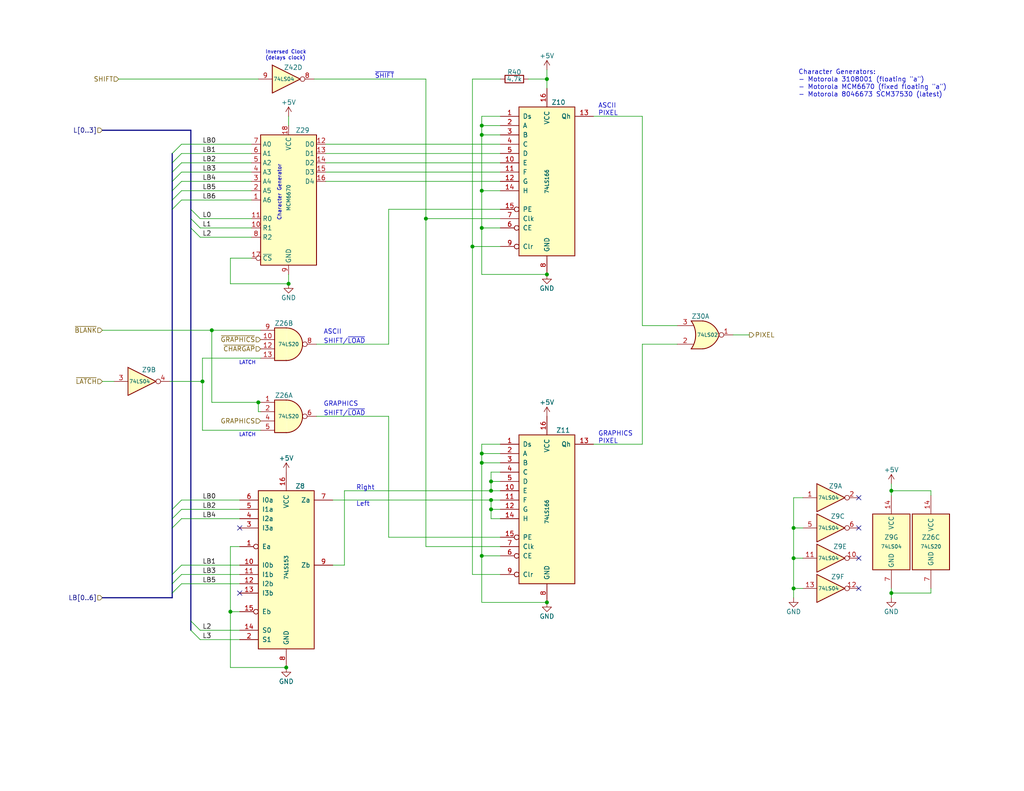
<source format=kicad_sch>
(kicad_sch (version 20231120) (generator "eeschema") (generator_version "8.0")
  (paper "USLetter")
  (title_block (title "TRS-80 Model I Rev G") (date "2024-11-29") (rev "E1C") (company "RetroStack - Marcel Erz") (comment 2 "Video generator for text and block graphics through 7th bit selection") (comment 4 "Video Generator"))
  (lib_symbols
    (symbol "74xx:74LS02" (pin_names (offset 1.016))
      (property "Reference" "U" (at 0 1.27 0))
      (property "Value" "74LS02" (at 0 -1.27 0))
      (symbol "74LS02_1_1"
        (arc (start -3.81 -3.81) (mid -2.589 0) (end -3.81 3.81) (stroke (width 0.254)))
        (arc (start -0.6096 -3.81) (mid 2.1842 -2.5851) (end 3.81 0) (stroke (width 0.254)) (fill (type background)))
        (polyline (pts (xy -3.81 -3.81) (xy -0.635 -3.81)) (stroke (width 0.254)) (fill (type background)))
        (polyline (pts (xy -3.81 3.81) (xy -0.635 3.81)) (stroke (width 0.254)) (fill (type background)))
        (polyline (pts (xy -0.635 3.81) (xy -3.81 3.81) (xy -3.81 3.81) (xy -3.556 3.4036) (xy -3.0226 2.2606) (xy -2.6924 1.0414) (xy -2.6162 -0.254) (xy -2.7686 -1.4986) (xy -3.175 -2.7178) (xy -3.81 -3.81) (xy -3.81 -3.81) (xy -0.635 -3.81)) (stroke (width -25.4)) (fill (type background)))
        (arc (start 3.81 0) (mid 2.1915 2.5936) (end -0.6096 3.81) (stroke (width 0.254)) (fill (type background)))
        (pin output inverted (at 7.62 0 180) (length 3.81) (name "~") (number "1"))
        (pin input line (at -7.62 2.54 0) (length 4.318) (name "~") (number "2"))
        (pin input line (at -7.62 -2.54 0) (length 4.318) (name "~") (number "3"))
      )
      (symbol "74LS02_1_2"
        (arc (start 0 -3.81) (mid 3.7934 0) (end 0 3.81) (stroke (width 0.254)) (fill (type background)))
        (polyline (pts (xy 0 3.81) (xy -3.81 3.81) (xy -3.81 -3.81) (xy 0 -3.81)) (stroke (width 0.254)) (fill (type background)))
        (pin output line (at 7.62 0 180) (length 3.81) (name "~") (number "1"))
        (pin input inverted (at -7.62 2.54 0) (length 3.81) (name "~") (number "2"))
        (pin input inverted (at -7.62 -2.54 0) (length 3.81) (name "~") (number "3"))
      )
      (symbol "74LS02_2_1"
        (arc (start -3.81 -3.81) (mid -2.589 0) (end -3.81 3.81) (stroke (width 0.254)))
        (arc (start -0.6096 -3.81) (mid 2.1842 -2.5851) (end 3.81 0) (stroke (width 0.254)) (fill (type background)))
        (polyline (pts (xy -3.81 -3.81) (xy -0.635 -3.81)) (stroke (width 0.254)) (fill (type background)))
        (polyline (pts (xy -3.81 3.81) (xy -0.635 3.81)) (stroke (width 0.254)) (fill (type background)))
        (polyline (pts (xy -0.635 3.81) (xy -3.81 3.81) (xy -3.81 3.81) (xy -3.556 3.4036) (xy -3.0226 2.2606) (xy -2.6924 1.0414) (xy -2.6162 -0.254) (xy -2.7686 -1.4986) (xy -3.175 -2.7178) (xy -3.81 -3.81) (xy -3.81 -3.81) (xy -0.635 -3.81)) (stroke (width -25.4)) (fill (type background)))
        (arc (start 3.81 0) (mid 2.1915 2.5936) (end -0.6096 3.81) (stroke (width 0.254)) (fill (type background)))
        (pin output inverted (at 7.62 0 180) (length 3.81) (name "~") (number "4"))
        (pin input line (at -7.62 2.54 0) (length 4.318) (name "~") (number "5"))
        (pin input line (at -7.62 -2.54 0) (length 4.318) (name "~") (number "6"))
      )
      (symbol "74LS02_2_2"
        (arc (start 0 -3.81) (mid 3.7934 0) (end 0 3.81) (stroke (width 0.254)) (fill (type background)))
        (polyline (pts (xy 0 3.81) (xy -3.81 3.81) (xy -3.81 -3.81) (xy 0 -3.81)) (stroke (width 0.254)) (fill (type background)))
        (pin output line (at 7.62 0 180) (length 3.81) (name "~") (number "4"))
        (pin input inverted (at -7.62 2.54 0) (length 3.81) (name "~") (number "5"))
        (pin input inverted (at -7.62 -2.54 0) (length 3.81) (name "~") (number "6"))
      )
      (symbol "74LS02_3_1"
        (arc (start -3.81 -3.81) (mid -2.589 0) (end -3.81 3.81) (stroke (width 0.254)))
        (arc (start -0.6096 -3.81) (mid 2.1842 -2.5851) (end 3.81 0) (stroke (width 0.254)) (fill (type background)))
        (polyline (pts (xy -3.81 -3.81) (xy -0.635 -3.81)) (stroke (width 0.254)) (fill (type background)))
        (polyline (pts (xy -3.81 3.81) (xy -0.635 3.81)) (stroke (width 0.254)) (fill (type background)))
        (polyline (pts (xy -0.635 3.81) (xy -3.81 3.81) (xy -3.81 3.81) (xy -3.556 3.4036) (xy -3.0226 2.2606) (xy -2.6924 1.0414) (xy -2.6162 -0.254) (xy -2.7686 -1.4986) (xy -3.175 -2.7178) (xy -3.81 -3.81) (xy -3.81 -3.81) (xy -0.635 -3.81)) (stroke (width -25.4)) (fill (type background)))
        (arc (start 3.81 0) (mid 2.1915 2.5936) (end -0.6096 3.81) (stroke (width 0.254)) (fill (type background)))
        (pin output inverted (at 7.62 0 180) (length 3.81) (name "~") (number "10"))
        (pin input line (at -7.62 2.54 0) (length 4.318) (name "~") (number "8"))
        (pin input line (at -7.62 -2.54 0) (length 4.318) (name "~") (number "9"))
      )
      (symbol "74LS02_3_2"
        (arc (start 0 -3.81) (mid 3.7934 0) (end 0 3.81) (stroke (width 0.254)) (fill (type background)))
        (polyline (pts (xy 0 3.81) (xy -3.81 3.81) (xy -3.81 -3.81) (xy 0 -3.81)) (stroke (width 0.254)) (fill (type background)))
        (pin output line (at 7.62 0 180) (length 3.81) (name "~") (number "10"))
        (pin input inverted (at -7.62 2.54 0) (length 3.81) (name "~") (number "8"))
        (pin input inverted (at -7.62 -2.54 0) (length 3.81) (name "~") (number "9"))
      )
      (symbol "74LS02_4_1"
        (arc (start -3.81 -3.81) (mid -2.589 0) (end -3.81 3.81) (stroke (width 0.254)))
        (arc (start -0.6096 -3.81) (mid 2.1842 -2.5851) (end 3.81 0) (stroke (width 0.254)) (fill (type background)))
        (polyline (pts (xy -3.81 -3.81) (xy -0.635 -3.81)) (stroke (width 0.254)) (fill (type background)))
        (polyline (pts (xy -3.81 3.81) (xy -0.635 3.81)) (stroke (width 0.254)) (fill (type background)))
        (polyline (pts (xy -0.635 3.81) (xy -3.81 3.81) (xy -3.81 3.81) (xy -3.556 3.4036) (xy -3.0226 2.2606) (xy -2.6924 1.0414) (xy -2.6162 -0.254) (xy -2.7686 -1.4986) (xy -3.175 -2.7178) (xy -3.81 -3.81) (xy -3.81 -3.81) (xy -0.635 -3.81)) (stroke (width -25.4)) (fill (type background)))
        (arc (start 3.81 0) (mid 2.1915 2.5936) (end -0.6096 3.81) (stroke (width 0.254)) (fill (type background)))
        (pin input line (at -7.62 2.54 0) (length 4.318) (name "~") (number "11"))
        (pin input line (at -7.62 -2.54 0) (length 4.318) (name "~") (number "12"))
        (pin output inverted (at 7.62 0 180) (length 3.81) (name "~") (number "13"))
      )
      (symbol "74LS02_4_2"
        (arc (start 0 -3.81) (mid 3.7934 0) (end 0 3.81) (stroke (width 0.254)) (fill (type background)))
        (polyline (pts (xy 0 3.81) (xy -3.81 3.81) (xy -3.81 -3.81) (xy 0 -3.81)) (stroke (width 0.254)) (fill (type background)))
        (pin input inverted (at -7.62 2.54 0) (length 3.81) (name "~") (number "11"))
        (pin input inverted (at -7.62 -2.54 0) (length 3.81) (name "~") (number "12"))
        (pin output line (at 7.62 0 180) (length 3.81) (name "~") (number "13"))
      )
      (symbol "74LS02_5_0"
        (pin power_in line (at 0 12.7 270) (length 5.08) (name "VCC") (number "14"))
        (pin power_in line (at 0 -12.7 90) (length 5.08) (name "GND") (number "7"))
      )
      (symbol "74LS02_5_1"
        (rectangle (start -5.08 7.62) (end 5.08 -7.62) (stroke (width 0.254)) (fill (type background)))
      )
    )
    (symbol "74xx:74LS04"
      (property "Reference" "U" (at 0 1.27 0))
      (property "Value" "74LS04" (at 0 -1.27 0))
      (symbol "74LS04_1_0"
        (polyline (pts (xy -3.81 3.81) (xy -3.81 -3.81) (xy 3.81 0) (xy -3.81 3.81)) (stroke (width 0.254)) (fill (type background)))
        (pin input line (at -7.62 0 0) (length 3.81) (name "~") (number "1"))
        (pin output inverted (at 7.62 0 180) (length 3.81) (name "~") (number "2"))
      )
      (symbol "74LS04_2_0"
        (polyline (pts (xy -3.81 3.81) (xy -3.81 -3.81) (xy 3.81 0) (xy -3.81 3.81)) (stroke (width 0.254)) (fill (type background)))
        (pin input line (at -7.62 0 0) (length 3.81) (name "~") (number "3"))
        (pin output inverted (at 7.62 0 180) (length 3.81) (name "~") (number "4"))
      )
      (symbol "74LS04_3_0"
        (polyline (pts (xy -3.81 3.81) (xy -3.81 -3.81) (xy 3.81 0) (xy -3.81 3.81)) (stroke (width 0.254)) (fill (type background)))
        (pin input line (at -7.62 0 0) (length 3.81) (name "~") (number "5"))
        (pin output inverted (at 7.62 0 180) (length 3.81) (name "~") (number "6"))
      )
      (symbol "74LS04_4_0"
        (polyline (pts (xy -3.81 3.81) (xy -3.81 -3.81) (xy 3.81 0) (xy -3.81 3.81)) (stroke (width 0.254)) (fill (type background)))
        (pin output inverted (at 7.62 0 180) (length 3.81) (name "~") (number "8"))
        (pin input line (at -7.62 0 0) (length 3.81) (name "~") (number "9"))
      )
      (symbol "74LS04_5_0"
        (polyline (pts (xy -3.81 3.81) (xy -3.81 -3.81) (xy 3.81 0) (xy -3.81 3.81)) (stroke (width 0.254)) (fill (type background)))
        (pin output inverted (at 7.62 0 180) (length 3.81) (name "~") (number "10"))
        (pin input line (at -7.62 0 0) (length 3.81) (name "~") (number "11"))
      )
      (symbol "74LS04_6_0"
        (polyline (pts (xy -3.81 3.81) (xy -3.81 -3.81) (xy 3.81 0) (xy -3.81 3.81)) (stroke (width 0.254)) (fill (type background)))
        (pin output inverted (at 7.62 0 180) (length 3.81) (name "~") (number "12"))
        (pin input line (at -7.62 0 0) (length 3.81) (name "~") (number "13"))
      )
      (symbol "74LS04_7_0"
        (pin power_in line (at 0 12.7 270) (length 5.08) (name "VCC") (number "14"))
        (pin power_in line (at 0 -12.7 90) (length 5.08) (name "GND") (number "7"))
      )
      (symbol "74LS04_7_1"
        (rectangle (start -5.08 7.62) (end 5.08 -7.62) (stroke (width 0.254)) (fill (type background)))
      )
    )
    (symbol "74xx:74LS153" (pin_names (offset 1.016))
      (property "Reference" "U" (at -7.62 21.59 0))
      (property "Value" "74LS153" (at -7.62 -24.13 0))
      (symbol "74LS153_1_0"
        (pin input inverted (at -12.7 5.08 0) (length 5.08) (name "Ea") (number "1"))
        (pin input line (at -12.7 0 0) (length 5.08) (name "I0b") (number "10"))
        (pin input line (at -12.7 -2.54 0) (length 5.08) (name "I1b") (number "11"))
        (pin input line (at -12.7 -5.08 0) (length 5.08) (name "I2b") (number "12"))
        (pin input line (at -12.7 -7.62 0) (length 5.08) (name "I3b") (number "13"))
        (pin input line (at -12.7 -17.78 0) (length 5.08) (name "S0") (number "14"))
        (pin input inverted (at -12.7 -12.7 0) (length 5.08) (name "Eb") (number "15"))
        (pin power_in line (at 0 25.4 270) (length 5.08) (name "VCC") (number "16"))
        (pin input line (at -12.7 -20.32 0) (length 5.08) (name "S1") (number "2"))
        (pin input line (at -12.7 10.16 0) (length 5.08) (name "I3a") (number "3"))
        (pin input line (at -12.7 12.7 0) (length 5.08) (name "I2a") (number "4"))
        (pin input line (at -12.7 15.24 0) (length 5.08) (name "I1a") (number "5"))
        (pin input line (at -12.7 17.78 0) (length 5.08) (name "I0a") (number "6"))
        (pin output line (at 12.7 17.78 180) (length 5.08) (name "Za") (number "7"))
        (pin power_in line (at 0 -27.94 90) (length 5.08) (name "GND") (number "8"))
        (pin output line (at 12.7 0 180) (length 5.08) (name "Zb") (number "9"))
      )
      (symbol "74LS153_1_1"
        (rectangle (start -7.62 20.32) (end 7.62 -22.86) (stroke (width 0.254)) (fill (type background)))
      )
    )
    (symbol "74xx:74LS166" (pin_names (offset 1.016))
      (property "Reference" "U" (at -7.62 21.59 0))
      (property "Value" "74LS166" (at -7.62 -21.59 0))
      (symbol "74LS166_1_0"
        (pin input line (at -12.7 17.78 0) (length 5.08) (name "Ds") (number "1"))
        (pin input line (at -12.7 5.08 0) (length 5.08) (name "E") (number "10"))
        (pin input line (at -12.7 2.54 0) (length 5.08) (name "F") (number "11"))
        (pin input line (at -12.7 0 0) (length 5.08) (name "G") (number "12"))
        (pin output line (at 12.7 17.78 180) (length 5.08) (name "Qh") (number "13"))
        (pin input line (at -12.7 -2.54 0) (length 5.08) (name "H") (number "14"))
        (pin input inverted (at -12.7 -7.62 0) (length 5.08) (name "PE") (number "15"))
        (pin power_in line (at 0 25.4 270) (length 5.08) (name "VCC") (number "16"))
        (pin input line (at -12.7 15.24 0) (length 5.08) (name "A") (number "2"))
        (pin input line (at -12.7 12.7 0) (length 5.08) (name "B") (number "3"))
        (pin input line (at -12.7 10.16 0) (length 5.08) (name "C") (number "4"))
        (pin input line (at -12.7 7.62 0) (length 5.08) (name "D") (number "5"))
        (pin input inverted (at -12.7 -12.7 0) (length 5.08) (name "CE") (number "6"))
        (pin input line (at -12.7 -10.16 0) (length 5.08) (name "Clk") (number "7"))
        (pin power_in line (at 0 -25.4 90) (length 5.08) (name "GND") (number "8"))
        (pin input inverted (at -12.7 -17.78 0) (length 5.08) (name "Clr") (number "9"))
      )
      (symbol "74LS166_1_1"
        (rectangle (start -7.62 20.32) (end 7.62 -20.32) (stroke (width 0.254)) (fill (type background)))
      )
    )
    (symbol "74xx:74LS20" (pin_names (offset 1.016))
      (property "Reference" "U" (at 0 1.27 0))
      (property "Value" "74LS20" (at 0 -1.27 0))
      (symbol "74LS20_1_1"
        (arc (start -0.635 -4.445) (mid 3.7907 0) (end -0.635 4.445) (stroke (width 0.254)) (fill (type background)))
        (polyline (pts (xy -0.635 4.445) (xy -3.81 4.445) (xy -3.81 -4.445) (xy -0.635 -4.445)) (stroke (width 0.254)) (fill (type background)))
        (pin input line (at -7.62 3.81 0) (length 3.81) (name "~") (number "1"))
        (pin input line (at -7.62 1.27 0) (length 3.81) (name "~") (number "2"))
        (pin input line (at -7.62 -1.27 0) (length 3.81) (name "~") (number "4"))
        (pin input line (at -7.62 -3.81 0) (length 3.81) (name "~") (number "5"))
        (pin output inverted (at 7.62 0 180) (length 3.81) (name "~") (number "6"))
      )
      (symbol "74LS20_1_2"
        (arc (start -3.81 -4.445) (mid -2.5908 0) (end -3.81 4.445) (stroke (width 0.254)))
        (arc (start -0.6096 -4.445) (mid 2.2246 -2.8422) (end 3.81 0) (stroke (width 0.254)) (fill (type background)))
        (polyline (pts (xy -3.81 -4.445) (xy -0.635 -4.445)) (stroke (width 0.254)) (fill (type background)))
        (polyline (pts (xy -3.81 4.445) (xy -0.635 4.445)) (stroke (width 0.254)) (fill (type background)))
        (polyline (pts (xy -0.635 4.445) (xy -3.81 4.445) (xy -3.81 4.445) (xy -3.6322 4.0894) (xy -3.0988 2.921) (xy -2.7686 1.6764) (xy -2.6162 0.4318) (xy -2.6416 -0.8636) (xy -2.8702 -2.1082) (xy -3.2512 -3.3274) (xy -3.81 -4.445) (xy -3.81 -4.445) (xy -0.635 -4.445)) (stroke (width -25.4)) (fill (type background)))
        (arc (start 3.81 0) (mid 2.2204 2.8379) (end -0.6096 4.445) (stroke (width 0.254)) (fill (type background)))
        (pin input inverted (at -7.62 3.81 0) (length 3.81) (name "~") (number "1"))
        (pin input inverted (at -7.62 1.27 0) (length 4.826) (name "~") (number "2"))
        (pin input inverted (at -7.62 -1.27 0) (length 4.826) (name "~") (number "4"))
        (pin input inverted (at -7.62 -3.81 0) (length 3.81) (name "~") (number "5"))
        (pin output line (at 7.62 0 180) (length 3.81) (name "~") (number "6"))
      )
      (symbol "74LS20_2_1"
        (arc (start -0.635 -4.445) (mid 3.7907 0) (end -0.635 4.445) (stroke (width 0.254)) (fill (type background)))
        (polyline (pts (xy -0.635 4.445) (xy -3.81 4.445) (xy -3.81 -4.445) (xy -0.635 -4.445)) (stroke (width 0.254)) (fill (type background)))
        (pin input line (at -7.62 1.27 0) (length 3.81) (name "~") (number "10"))
        (pin input line (at -7.62 -1.27 0) (length 3.81) (name "~") (number "12"))
        (pin input line (at -7.62 -3.81 0) (length 3.81) (name "~") (number "13"))
        (pin output inverted (at 7.62 0 180) (length 3.81) (name "~") (number "8"))
        (pin input line (at -7.62 3.81 0) (length 3.81) (name "~") (number "9"))
      )
      (symbol "74LS20_2_2"
        (arc (start -3.81 -4.445) (mid -2.5908 0) (end -3.81 4.445) (stroke (width 0.254)))
        (arc (start -0.6096 -4.445) (mid 2.2246 -2.8422) (end 3.81 0) (stroke (width 0.254)) (fill (type background)))
        (polyline (pts (xy -3.81 -4.445) (xy -0.635 -4.445)) (stroke (width 0.254)) (fill (type background)))
        (polyline (pts (xy -3.81 4.445) (xy -0.635 4.445)) (stroke (width 0.254)) (fill (type background)))
        (polyline (pts (xy -0.635 4.445) (xy -3.81 4.445) (xy -3.81 4.445) (xy -3.6322 4.0894) (xy -3.0988 2.921) (xy -2.7686 1.6764) (xy -2.6162 0.4318) (xy -2.6416 -0.8636) (xy -2.8702 -2.1082) (xy -3.2512 -3.3274) (xy -3.81 -4.445) (xy -3.81 -4.445) (xy -0.635 -4.445)) (stroke (width -25.4)) (fill (type background)))
        (arc (start 3.81 0) (mid 2.2204 2.8379) (end -0.6096 4.445) (stroke (width 0.254)) (fill (type background)))
        (pin input inverted (at -7.62 1.27 0) (length 4.826) (name "~") (number "10"))
        (pin input inverted (at -7.62 -1.27 0) (length 4.826) (name "~") (number "12"))
        (pin input inverted (at -7.62 -3.81 0) (length 3.81) (name "~") (number "13"))
        (pin output line (at 7.62 0 180) (length 3.81) (name "~") (number "8"))
        (pin input inverted (at -7.62 3.81 0) (length 3.81) (name "~") (number "9"))
      )
      (symbol "74LS20_3_0"
        (pin power_in line (at 0 12.7 270) (length 5.08) (name "VCC") (number "14"))
        (pin power_in line (at 0 -12.7 90) (length 5.08) (name "GND") (number "7"))
      )
      (symbol "74LS20_3_1"
        (rectangle (start -5.08 7.62) (end 5.08 -7.62) (stroke (width 0.254)) (fill (type background)))
      )
    )
    (symbol "Device:R" (pin_numbers hide) (pin_names (offset 0))
      (property "Reference" "R" (at 2.032 0 90))
      (property "Value" "R" (at 0 0 90))
      (symbol "R_0_1"
        (rectangle (start -1.016 -2.54) (end 1.016 2.54) (stroke (width 0.254)))
      )
      (symbol "R_1_1"
        (pin passive line (at 0 3.81 270) (length 1.27) (name "~") (number "1"))
        (pin passive line (at 0 -3.81 90) (length 1.27) (name "~") (number "2"))
      )
    )
    (symbol "RetroStackLibrary:MCM6670P"
      (property "Reference" "U" (at 0 0 0))
      (property "Value" "MCM6670" (at 0 0 0))
      (symbol "MCM6670P_1_1"
        (rectangle (start -7.62 -5.715) (end 7.62 -41.275) (stroke (width 0.254)) (fill (type background)))
        (pin input line (at -10.16 -23.495 0) (length 2.54) (name "A6") (number "1"))
        (pin input line (at -10.16 -31.115 0) (length 2.54) (name "R1") (number "10"))
        (pin input line (at -10.16 -28.575 0) (length 2.54) (name "R0") (number "11"))
        (pin output line (at 10.16 -8.255 180) (length 2.54) (name "D0") (number "12"))
        (pin output line (at 10.16 -10.795 180) (length 2.54) (name "D1") (number "13"))
        (pin output line (at 10.16 -13.335 180) (length 2.54) (name "D2") (number "14"))
        (pin output line (at 10.16 -15.875 180) (length 2.54) (name "D3") (number "15"))
        (pin output line (at 10.16 -18.415 180) (length 2.54) (name "D4") (number "16"))
        (pin input inverted (at -10.16 -39.37 0) (length 2.54) (name "~{CS}") (number "17"))
        (pin power_in line (at 0 -3.175 270) (length 2.54) (name "VCC") (number "18"))
        (pin input line (at -10.16 -20.955 0) (length 2.54) (name "A5") (number "2"))
        (pin input line (at -10.16 -18.415 0) (length 2.54) (name "A4") (number "3"))
        (pin input line (at -10.16 -15.875 0) (length 2.54) (name "A3") (number "4"))
        (pin input line (at -10.16 -13.335 0) (length 2.54) (name "A2") (number "5"))
        (pin input line (at -10.16 -10.795 0) (length 2.54) (name "A1") (number "6"))
        (pin input line (at -10.16 -8.255 0) (length 2.54) (name "A0") (number "7"))
        (pin input line (at -10.16 -33.655 0) (length 2.54) (name "R2") (number "8"))
        (pin power_in line (at 0 -43.815 90) (length 2.54) (name "GND") (number "9"))
      )
    )
    (symbol "power:+5V" (power) (pin_names (offset 0))
      (property "Value" "+5V" (at 0 3.556 0))
      (symbol "+5V_0_1"
        (polyline (pts (xy -0.762 1.27) (xy 0 2.54)))
        (polyline (pts (xy 0 0) (xy 0 2.54)))
        (polyline (pts (xy 0 2.54) (xy 0.762 1.27)))
      )
      (symbol "+5V_1_1"
        (pin power_in line (at 0 0 90) (length 0) hide (name "+5V") (number "1"))
      )
    )
    (symbol "power:GND" (power) (pin_names (offset 0))
      (property "Value" "GND" (at 0 -3.81 0))
      (symbol "GND_0_1"
        (polyline (pts (xy 0 0) (xy 0 -1.27) (xy 1.27 -1.27) (xy 0 -2.54) (xy -1.27 -1.27) (xy 0 -1.27)))
      )
      (symbol "GND_1_1"
        (pin power_in line (at 0 0 270) (length 0) hide (name "GND") (number "1"))
      )
    )
  )
  (junction (at 57.785 90.17))
  (junction (at 133.985 133.985))
  (junction (at 131.445 36.83))
  (junction (at 55.245 104.14))
  (junction (at 78.74 77.47))
  (junction (at 216.535 144.145))
  (junction (at 131.445 34.29))
  (junction (at 62.865 167.005))
  (junction (at 216.535 152.4))
  (junction (at 131.445 126.365))
  (junction (at 149.225 74.93))
  (junction (at 243.205 133.985))
  (junction (at 133.985 136.525))
  (junction (at 216.535 160.655))
  (junction (at 243.205 161.925))
  (junction (at 78.105 182.245))
  (junction (at 133.985 131.445))
  (junction (at 131.445 52.07))
  (junction (at 70.485 109.855))
  (junction (at 131.445 62.23))
  (junction (at 116.205 59.69))
  (junction (at 131.445 151.765))
  (junction (at 131.445 123.825))
  (junction (at 149.225 164.465))
  (junction (at 133.985 139.065))
  (junction (at 128.905 67.31))
  (junction (at 149.225 21.59))
  (no_connect (at 65.405 161.925))
  (no_connect (at 234.315 135.89))
  (no_connect (at 234.315 144.145))
  (no_connect (at 234.315 160.655))
  (no_connect (at 65.405 144.145))
  (no_connect (at 234.315 152.4))
  (bus_entry (at 46.99 159.385) (size 2.54 -2.54))
  (bus_entry (at 46.99 52.07) (size 2.54 -2.54))
  (bus_entry (at 46.99 161.925) (size 2.54 -2.54))
  (bus_entry (at 46.99 156.845) (size 2.54 -2.54))
  (bus_entry (at 52.07 62.23) (size 2.54 2.54))
  (bus_entry (at 46.99 41.91) (size 2.54 -2.54))
  (bus_entry (at 52.07 172.085) (size 2.54 2.54))
  (bus_entry (at 46.99 46.99) (size 2.54 -2.54))
  (bus_entry (at 52.07 169.545) (size 2.54 2.54))
  (bus_entry (at 46.99 141.605) (size 2.54 -2.54))
  (bus_entry (at 52.07 57.15) (size 2.54 2.54))
  (bus_entry (at 46.99 57.15) (size 2.54 -2.54))
  (bus_entry (at 46.99 44.45) (size 2.54 -2.54))
  (bus_entry (at 46.99 49.53) (size 2.54 -2.54))
  (bus_entry (at 46.99 54.61) (size 2.54 -2.54))
  (bus_entry (at 46.99 139.065) (size 2.54 -2.54))
  (bus_entry (at 46.99 144.145) (size 2.54 -2.54))
  (bus_entry (at 52.07 59.69) (size 2.54 2.54))
  (wire (pts (xy 204.47 91.44) (xy 200.025 91.44)))
  (wire (pts (xy 175.26 88.9) (xy 175.26 31.75)))
  (wire (pts (xy 243.205 132.08) (xy 243.205 133.985)))
  (bus (pts (xy 52.07 62.23) (xy 52.07 169.545)))
  (wire (pts (xy 49.53 39.37) (xy 68.58 39.37)))
  (wire (pts (xy 55.245 117.475) (xy 55.245 104.14)))
  (wire (pts (xy 131.445 62.23) (xy 136.525 62.23)))
  (wire (pts (xy 54.61 62.23) (xy 68.58 62.23)))
  (wire (pts (xy 70.485 109.855) (xy 71.12 109.855)))
  (wire (pts (xy 161.925 31.75) (xy 175.26 31.75)))
  (wire (pts (xy 106.045 146.685) (xy 136.525 146.685)))
  (wire (pts (xy 131.445 151.765) (xy 136.525 151.765)))
  (wire (pts (xy 131.445 126.365) (xy 131.445 151.765)))
  (wire (pts (xy 175.26 93.98) (xy 175.26 121.285)))
  (bus (pts (xy 27.94 163.195) (xy 46.99 163.195)))
  (wire (pts (xy 85.725 21.59) (xy 116.205 21.59)))
  (wire (pts (xy 161.925 121.285) (xy 175.26 121.285)))
  (wire (pts (xy 136.525 128.905) (xy 133.985 128.905)))
  (wire (pts (xy 131.445 123.825) (xy 131.445 126.365)))
  (wire (pts (xy 133.985 141.605) (xy 133.985 139.065)))
  (wire (pts (xy 54.61 172.085) (xy 65.405 172.085)))
  (wire (pts (xy 216.535 144.145) (xy 219.075 144.145)))
  (wire (pts (xy 57.785 109.855) (xy 57.785 90.17)))
  (wire (pts (xy 136.525 141.605) (xy 133.985 141.605)))
  (wire (pts (xy 184.785 88.9) (xy 175.26 88.9)))
  (wire (pts (xy 88.9 44.45) (xy 136.525 44.45)))
  (wire (pts (xy 55.245 97.79) (xy 55.245 104.14)))
  (wire (pts (xy 106.045 57.15) (xy 136.525 57.15)))
  (wire (pts (xy 131.445 123.825) (xy 136.525 123.825)))
  (wire (pts (xy 106.045 113.665) (xy 106.045 146.685)))
  (wire (pts (xy 106.045 93.98) (xy 106.045 57.15)))
  (wire (pts (xy 54.61 174.625) (xy 65.405 174.625)))
  (wire (pts (xy 71.12 117.475) (xy 55.245 117.475)))
  (wire (pts (xy 131.445 52.07) (xy 136.525 52.07)))
  (wire (pts (xy 93.98 154.305) (xy 93.98 133.985)))
  (wire (pts (xy 133.985 139.065) (xy 136.525 139.065)))
  (wire (pts (xy 216.535 163.195) (xy 216.535 160.655)))
  (wire (pts (xy 133.985 139.065) (xy 133.985 136.525)))
  (wire (pts (xy 27.94 90.17) (xy 57.785 90.17)))
  (wire (pts (xy 136.525 131.445) (xy 133.985 131.445)))
  (wire (pts (xy 49.53 54.61) (xy 68.58 54.61)))
  (bus (pts (xy 46.99 159.385) (xy 46.99 161.925)))
  (wire (pts (xy 49.53 136.525) (xy 65.405 136.525)))
  (bus (pts (xy 46.99 139.065) (xy 46.99 141.605)))
  (wire (pts (xy 254 133.985) (xy 243.205 133.985)))
  (wire (pts (xy 128.905 21.59) (xy 128.905 67.31)))
  (wire (pts (xy 149.225 21.59) (xy 149.225 24.13)))
  (wire (pts (xy 116.205 149.225) (xy 136.525 149.225)))
  (wire (pts (xy 62.865 182.245) (xy 78.105 182.245)))
  (wire (pts (xy 32.385 21.59) (xy 70.485 21.59)))
  (wire (pts (xy 49.53 52.07) (xy 68.58 52.07)))
  (wire (pts (xy 216.535 144.145) (xy 216.535 152.4)))
  (wire (pts (xy 136.525 21.59) (xy 128.905 21.59)))
  (wire (pts (xy 131.445 34.29) (xy 136.525 34.29)))
  (wire (pts (xy 62.865 70.485) (xy 68.58 70.485)))
  (wire (pts (xy 131.445 126.365) (xy 136.525 126.365)))
  (bus (pts (xy 46.99 49.53) (xy 46.99 52.07)))
  (wire (pts (xy 131.445 52.07) (xy 131.445 62.23)))
  (wire (pts (xy 71.12 97.79) (xy 55.245 97.79)))
  (bus (pts (xy 52.07 59.69) (xy 52.07 57.15)))
  (wire (pts (xy 136.525 31.75) (xy 131.445 31.75)))
  (wire (pts (xy 49.53 154.305) (xy 65.405 154.305)))
  (wire (pts (xy 216.535 135.89) (xy 216.535 144.145)))
  (wire (pts (xy 49.53 141.605) (xy 65.405 141.605)))
  (wire (pts (xy 90.805 136.525) (xy 133.985 136.525)))
  (wire (pts (xy 144.145 21.59) (xy 149.225 21.59)))
  (wire (pts (xy 219.075 135.89) (xy 216.535 135.89)))
  (bus (pts (xy 46.99 144.145) (xy 46.99 156.845)))
  (wire (pts (xy 131.445 62.23) (xy 131.445 74.93)))
  (wire (pts (xy 86.36 93.98) (xy 106.045 93.98)))
  (wire (pts (xy 93.98 133.985) (xy 133.985 133.985)))
  (wire (pts (xy 116.205 59.69) (xy 116.205 149.225)))
  (wire (pts (xy 184.785 93.98) (xy 175.26 93.98)))
  (wire (pts (xy 131.445 34.29) (xy 131.445 36.83)))
  (wire (pts (xy 49.53 156.845) (xy 65.405 156.845)))
  (bus (pts (xy 27.94 35.56) (xy 52.07 35.56)))
  (bus (pts (xy 46.99 46.99) (xy 46.99 49.53)))
  (wire (pts (xy 116.205 59.69) (xy 136.525 59.69)))
  (wire (pts (xy 46.355 104.14) (xy 55.245 104.14)))
  (wire (pts (xy 133.985 128.905) (xy 133.985 131.445)))
  (wire (pts (xy 216.535 152.4) (xy 216.535 160.655)))
  (wire (pts (xy 131.445 164.465) (xy 149.225 164.465)))
  (bus (pts (xy 46.99 141.605) (xy 46.99 144.145)))
  (wire (pts (xy 54.61 59.69) (xy 68.58 59.69)))
  (wire (pts (xy 131.445 121.285) (xy 131.445 123.825)))
  (wire (pts (xy 88.9 49.53) (xy 136.525 49.53)))
  (wire (pts (xy 62.865 70.485) (xy 62.865 77.47)))
  (bus (pts (xy 46.99 57.15) (xy 46.99 139.065)))
  (wire (pts (xy 216.535 160.655) (xy 219.075 160.655)))
  (wire (pts (xy 62.865 77.47) (xy 78.74 77.47)))
  (bus (pts (xy 52.07 169.545) (xy 52.07 172.085)))
  (wire (pts (xy 116.205 21.59) (xy 116.205 59.69)))
  (wire (pts (xy 133.985 136.525) (xy 136.525 136.525)))
  (wire (pts (xy 136.525 121.285) (xy 131.445 121.285)))
  (wire (pts (xy 243.205 161.925) (xy 243.205 163.195)))
  (wire (pts (xy 62.865 149.225) (xy 62.865 167.005)))
  (wire (pts (xy 136.525 133.985) (xy 133.985 133.985)))
  (wire (pts (xy 71.12 112.395) (xy 70.485 112.395)))
  (wire (pts (xy 131.445 74.93) (xy 149.225 74.93)))
  (bus (pts (xy 46.99 44.45) (xy 46.99 46.99)))
  (bus (pts (xy 52.07 62.23) (xy 52.07 59.69)))
  (wire (pts (xy 88.9 41.91) (xy 136.525 41.91)))
  (wire (pts (xy 254 161.925) (xy 243.205 161.925)))
  (wire (pts (xy 128.905 156.845) (xy 136.525 156.845)))
  (wire (pts (xy 254 135.255) (xy 254 133.985)))
  (wire (pts (xy 62.865 167.005) (xy 62.865 182.245)))
  (wire (pts (xy 49.53 159.385) (xy 65.405 159.385)))
  (bus (pts (xy 46.99 161.925) (xy 46.99 163.195)))
  (wire (pts (xy 86.36 113.665) (xy 106.045 113.665)))
  (wire (pts (xy 131.445 151.765) (xy 131.445 164.465)))
  (wire (pts (xy 243.205 160.655) (xy 243.205 161.925)))
  (wire (pts (xy 131.445 31.75) (xy 131.445 34.29)))
  (wire (pts (xy 31.115 104.14) (xy 27.94 104.14)))
  (wire (pts (xy 70.485 112.395) (xy 70.485 109.855)))
  (wire (pts (xy 49.53 139.065) (xy 65.405 139.065)))
  (wire (pts (xy 131.445 36.83) (xy 131.445 52.07)))
  (bus (pts (xy 46.99 156.845) (xy 46.99 159.385)))
  (wire (pts (xy 128.905 67.31) (xy 136.525 67.31)))
  (wire (pts (xy 216.535 152.4) (xy 219.075 152.4)))
  (wire (pts (xy 243.205 133.985) (xy 243.205 135.255)))
  (bus (pts (xy 46.99 52.07) (xy 46.99 54.61)))
  (wire (pts (xy 57.785 90.17) (xy 71.12 90.17)))
  (wire (pts (xy 131.445 36.83) (xy 136.525 36.83)))
  (wire (pts (xy 70.485 109.855) (xy 57.785 109.855)))
  (wire (pts (xy 90.805 154.305) (xy 93.98 154.305)))
  (wire (pts (xy 88.9 39.37) (xy 136.525 39.37)))
  (wire (pts (xy 78.74 31.75) (xy 78.74 34.29)))
  (wire (pts (xy 54.61 64.77) (xy 68.58 64.77)))
  (wire (pts (xy 149.225 19.05) (xy 149.225 21.59)))
  (bus (pts (xy 52.07 57.15) (xy 52.07 35.56)))
  (wire (pts (xy 254 160.655) (xy 254 161.925)))
  (bus (pts (xy 46.99 41.91) (xy 46.99 44.45)))
  (wire (pts (xy 78.74 74.93) (xy 78.74 77.47)))
  (bus (pts (xy 46.99 54.61) (xy 46.99 57.15)))
  (wire (pts (xy 49.53 46.99) (xy 68.58 46.99)))
  (wire (pts (xy 133.985 133.985) (xy 133.985 131.445)))
  (wire (pts (xy 65.405 149.225) (xy 62.865 149.225)))
  (wire (pts (xy 49.53 41.91) (xy 68.58 41.91)))
  (wire (pts (xy 49.53 49.53) (xy 68.58 49.53)))
  (wire (pts (xy 128.905 67.31) (xy 128.905 156.845)))
  (wire (pts (xy 49.53 44.45) (xy 68.58 44.45)))
  (wire (pts (xy 88.9 46.99) (xy 136.525 46.99)))
  (wire (pts (xy 62.865 167.005) (xy 65.405 167.005)))
  (text "ASCII" (at 88.265 91.44 0) (effects (font (size 1.27 1.27)) (justify left bottom)))
  (text "Character Generators:\n- Motorola 3108001 (floating \"a\")\n- Motorola MCM6670 (fixed floating \"a\")\n- Motorola 8046673 SCM37530 (latest)" (at 217.805 26.67 0) (effects (font (size 1.27 1.27)) (justify left bottom)))
  (text "SHIFT/~{LOAD}" (at 88.265 113.665 0) (effects (font (size 1.27 1.27)) (justify left bottom)))
  (text "LATCH" (at 69.85 99.695 0) (effects (font (size 1 1)) (justify right bottom)))
  (text "Right" (at 97.155 133.985 0) (effects (font (size 1.27 1.27)) (justify left bottom)))
  (text "GRAPHICS\nPIXEL" (at 163.195 121.285 0) (effects (font (size 1.27 1.27)) (justify left bottom)))
  (text "Left" (at 97.155 138.43 0) (effects (font (size 1.27 1.27)) (justify left bottom)))
  (text "LATCH" (at 69.85 119.38 0) (effects (font (size 1 1)) (justify right bottom)))
  (text "SHIFT/~{LOAD}" (at 88.265 93.98 0) (effects (font (size 1.27 1.27)) (justify left bottom)))
  (text "Character Generator" (at 76.835 60.325 90) (effects (font (size 1 1)) (justify left bottom)))
  (text "GRAPHICS" (at 88.265 111.125 0) (effects (font (size 1.27 1.27)) (justify left bottom)))
  (text "~{SHIFT}" (at 102.235 21.59 0) (effects (font (size 1.27 1.27)) (justify left bottom)))
  (text "ASCII\nPIXEL" (at 163.195 31.75 0) (effects (font (size 1.27 1.27)) (justify left bottom)))
  (text "Inversed Clock\n(delays clock)" (at 72.39 16.51 0) (effects (font (size 1 1)) (justify left bottom)))
  (label "LB3" (at 55.245 156.845 0))
  (label "LB2" (at 55.245 139.065 0))
  (label "LB6" (at 55.245 54.61 0))
  (label "LB0" (at 55.245 39.37 0))
  (label "LB0" (at 55.245 136.525 0))
  (label "LB4" (at 55.245 141.605 0))
  (label "LB4" (at 55.245 49.53 0))
  (label "L2" (at 55.245 64.77 0))
  (label "LB1" (at 55.245 154.305 0))
  (label "L1" (at 55.245 62.23 0))
  (label "LB3" (at 55.245 46.99 0))
  (label "L2" (at 55.245 172.085 0))
  (label "L3" (at 55.245 174.625 0))
  (label "LB2" (at 55.245 44.45 0))
  (label "LB5" (at 55.245 159.385 0))
  (label "LB1" (at 55.245 41.91 0))
  (label "L0" (at 55.245 59.69 0))
  (label "LB5" (at 55.245 52.07 0))
  (hierarchical_label "L[0..3]" (shape input) (at 27.94 35.56 180))
  (hierarchical_label "~{BLANK}" (shape input) (at 27.94 90.17 180))
  (hierarchical_label "GRAPHICS" (shape input) (at 71.12 114.935 180))
  (hierarchical_label "LB[0..6]" (shape input) (at 27.94 163.195 180))
  (hierarchical_label "~{CHARGAP}" (shape input) (at 71.12 95.25 180))
  (hierarchical_label "SHIFT" (shape input) (at 32.385 21.59 180))
  (hierarchical_label "~{GRAPHICS}" (shape input) (at 71.12 92.71 180))
  (hierarchical_label "~{LATCH}" (shape input) (at 27.94 104.14 180))
  (hierarchical_label "PIXEL" (shape output) (at 204.47 91.44 0))
  (symbol (lib_id "74xx:74LS04") (at 226.695 152.4 0) (unit 5)
    (property "Reference" "Z9" (at 229.235 149.225 0))
    (property "Value" "74LS04" (at 226.06 152.4 0) (effects (font (size 1 1))))
    (property "Footprint" "RetroStackLibrary:TRS80_Model_I_DIP14" (effects (hide yes)))
    (property "Datasheet" "http://www.ti.com/lit/gpn/sn74LS04" (effects (hide yes)))
  )
  (symbol (lib_id "power:+5V") (at 149.225 19.05 0) (unit 1)
    (property "Reference" "#PWR059" (effects (hide yes)))
    (property "Value" "+5V" (at 149.225 15.24 0))
  )
  (symbol (lib_id "74xx:74LS04") (at 38.735 104.14 0) (unit 2)
    (property "Reference" "Z9" (at 40.64 100.965 0))
    (property "Value" "74LS04" (at 38.1 104.14 0) (effects (font (size 1 1))))
    (property "Footprint" "RetroStackLibrary:TRS80_Model_I_DIP14" (effects (hide yes)))
    (property "Datasheet" "http://www.ti.com/lit/gpn/sn74LS04" (effects (hide yes)))
  )
  (symbol (lib_id "74xx:74LS04") (at 226.695 144.145 0) (unit 3)
    (property "Reference" "Z9" (at 228.6 140.97 0))
    (property "Value" "74LS04" (at 226.06 144.145 0) (effects (font (size 1 1))))
    (property "Footprint" "RetroStackLibrary:TRS80_Model_I_DIP14" (effects (hide yes)))
    (property "Datasheet" "http://www.ti.com/lit/gpn/sn74LS04" (effects (hide yes)))
  )
  (symbol (lib_id "power:GND") (at 149.225 74.93 0) (unit 1)
    (property "Reference" "#PWR060" (effects (hide yes)))
    (property "Value" "GND" (at 149.225 78.74 0))
  )
  (symbol (lib_id "74xx:74LS02") (at 192.405 91.44 0) (mirror x) (unit 1)
    (property "Reference" "Z30" (at 191.135 86.36 0))
    (property "Value" "74LS02" (at 193.04 91.44 0) (effects (font (size 1 1))))
    (property "Footprint" "RetroStackLibrary:TRS80_Model_I_DIP14" (effects (hide yes)))
    (property "Datasheet" "http://www.ti.com/lit/gpn/sn74ls02" (effects (hide yes)))
  )
  (symbol (lib_id "power:GND") (at 243.205 163.195 0) (unit 1)
    (property "Reference" "#PWR065" (effects (hide yes)))
    (property "Value" "GND" (at 243.205 167.005 0))
  )
  (symbol (lib_id "Device:R") (at 140.335 21.59 90) (unit 1)
    (property "Reference" "R40" (at 140.335 19.685 90))
    (property "Value" "4.7k" (at 140.335 21.59 90))
    (property "Footprint" "RetroStackLibrary:TRS80_Model_I_R_0.25W" (effects (hide yes)))
  )
  (symbol (lib_id "power:GND") (at 78.74 77.47 0) (unit 1)
    (property "Reference" "#PWR056" (effects (hide yes)))
    (property "Value" "GND" (at 78.74 81.28 0))
  )
  (symbol (lib_id "74xx:74LS04") (at 78.105 21.59 0) (unit 4)
    (property "Reference" "Z42" (at 80.01 18.415 0))
    (property "Value" "74LS04" (at 77.47 21.59 0) (effects (font (size 1 1))))
    (property "Footprint" "RetroStackLibrary:TRS80_Model_I_DIP14" (effects (hide yes)))
    (property "Datasheet" "http://www.ti.com/lit/gpn/sn74LS04" (effects (hide yes)))
    (instances (project "Replica" (path "" (reference "Z42") (unit 4))) (project "TRS80_Model_I_G_E1" (path "" (reference "Z9") (unit 4))))
  )
  (symbol (lib_id "power:GND") (at 216.535 163.195 0) (unit 1)
    (property "Reference" "#PWR063" (effects (hide yes)))
    (property "Value" "GND" (at 216.535 167.005 0))
  )
  (symbol (lib_id "74xx:74LS04") (at 226.695 135.89 0) (unit 1)
    (property "Reference" "Z9" (at 227.965 132.715 0))
    (property "Value" "74LS04" (at 226.06 135.89 0) (effects (font (size 1 1))))
    (property "Footprint" "RetroStackLibrary:TRS80_Model_I_DIP14" (effects (hide yes)))
    (property "Datasheet" "http://www.ti.com/lit/gpn/sn74LS04" (effects (hide yes)))
  )
  (symbol (lib_id "74xx:74LS20") (at 78.74 113.665 0) (unit 1)
    (property "Reference" "Z26" (at 77.47 107.95 0))
    (property "Value" "74LS20" (at 78.74 113.665 0) (effects (font (size 1 1))))
    (property "Footprint" "RetroStackLibrary:TRS80_Model_I_DIP14" (effects (hide yes)))
    (property "Datasheet" "http://www.ti.com/lit/gpn/sn74LS20" (effects (hide yes)))
  )
  (symbol (lib_id "74xx:74LS153") (at 78.105 154.305 0) (unit 1)
    (property "Reference" "Z8" (at 81.915 132.715 0))
    (property "Value" "74LS153" (at 78.105 154.94 90) (effects (font (size 1 1))))
    (property "Footprint" "RetroStackLibrary:TRS80_Model_I_DIP16" (effects (hide yes)))
    (property "Datasheet" "http://www.ti.com/lit/gpn/sn74LS153" (effects (hide yes)))
  )
  (symbol (lib_id "74xx:74LS166") (at 149.225 49.53 0) (unit 1)
    (property "Reference" "Z10" (at 152.4 27.94 0))
    (property "Value" "74LS166" (at 149.225 49.53 90) (effects (font (size 1 1))))
    (property "Footprint" "RetroStackLibrary:TRS80_Model_I_DIP16" (effects (hide yes)))
    (property "Datasheet" "http://www.ti.com/lit/gpn/sn74LS166" (effects (hide yes)))
  )
  (symbol (lib_id "power:GND") (at 78.105 182.245 0) (unit 1)
    (property "Reference" "#PWR058" (effects (hide yes)))
    (property "Value" "GND" (at 78.105 186.055 0))
  )
  (symbol (lib_id "power:GND") (at 149.225 164.465 0) (unit 1)
    (property "Reference" "#PWR062" (effects (hide yes)))
    (property "Value" "GND" (at 149.225 168.275 0))
  )
  (symbol (lib_id "power:+5V") (at 78.74 31.75 0) (unit 1)
    (property "Reference" "#PWR055" (effects (hide yes)))
    (property "Value" "+5V" (at 78.74 27.94 0))
  )
  (symbol (lib_id "74xx:74LS20") (at 78.74 93.98 0) (unit 2)
    (property "Reference" "Z26" (at 77.47 88.265 0))
    (property "Value" "74LS20" (at 78.74 93.98 0) (effects (font (size 1 1))))
    (property "Footprint" "RetroStackLibrary:TRS80_Model_I_DIP14" (effects (hide yes)))
    (property "Datasheet" "http://www.ti.com/lit/gpn/sn74LS20" (effects (hide yes)))
  )
  (symbol (lib_id "power:+5V") (at 78.105 128.905 0) (unit 1)
    (property "Reference" "#PWR057" (effects (hide yes)))
    (property "Value" "+5V" (at 78.105 125.095 0))
  )
  (symbol (lib_id "power:+5V") (at 149.225 113.665 0) (unit 1)
    (property "Reference" "#PWR061" (effects (hide yes)))
    (property "Value" "+5V" (at 149.225 109.855 0))
  )
  (symbol (lib_id "power:+5V") (at 243.205 132.08 0) (unit 1)
    (property "Reference" "#PWR064" (effects (hide yes)))
    (property "Value" "+5V" (at 243.205 128.27 0))
  )
  (symbol (lib_id "74xx:74LS20") (at 254 147.955 0) (unit 3)
    (property "Reference" "Z26" (at 254 146.685 0))
    (property "Value" "74LS20" (at 254 149.225 0) (effects (font (size 1 1))))
    (property "Footprint" "RetroStackLibrary:TRS80_Model_I_DIP14" (effects (hide yes)))
    (property "Datasheet" "http://www.ti.com/lit/gpn/sn74LS20" (effects (hide yes)))
  )
  (symbol (lib_id "74xx:74LS04") (at 243.205 147.955 0) (unit 7)
    (property "Reference" "Z9" (at 243.205 146.685 0))
    (property "Value" "74LS04" (at 243.205 149.225 0) (effects (font (size 1 1))))
    (property "Footprint" "RetroStackLibrary:TRS80_Model_I_DIP14" (effects (hide yes)))
    (property "Datasheet" "http://www.ti.com/lit/gpn/sn74LS04" (effects (hide yes)))
  )
  (symbol (lib_id "74xx:74LS166") (at 149.225 139.065 0) (unit 1)
    (property "Reference" "Z11" (at 153.67 117.475 0))
    (property "Value" "74LS166" (at 149.225 139.7 90) (effects (font (size 1 1))))
    (property "Footprint" "RetroStackLibrary:TRS80_Model_I_DIP16" (effects (hide yes)))
    (property "Datasheet" "http://www.ti.com/lit/gpn/sn74LS166" (effects (hide yes)))
  )
  (symbol (lib_id "RetroStackLibrary:MCM6670P") (at 78.74 31.115 0) (unit 1)
    (property "Reference" "Z29" (at 80.645 35.56 0) (effects (justify left)))
    (property "Value" "MCM6670" (at 78.74 53.975 90) (effects (font (size 1 1))))
    (property "Footprint" "Package_DIP:DIP-18_W7.62mm" (effects (hide yes)))
  )
  (symbol (lib_id "74xx:74LS04") (at 226.695 160.655 0) (unit 6)
    (property "Reference" "Z9" (at 228.6 157.48 0))
    (property "Value" "74LS04" (at 226.06 160.655 0) (effects (font (size 1 1))))
    (property "Footprint" "RetroStackLibrary:TRS80_Model_I_DIP14" (effects (hide yes)))
    (property "Datasheet" "http://www.ti.com/lit/gpn/sn74LS04" (effects (hide yes)))
  )
)
</source>
